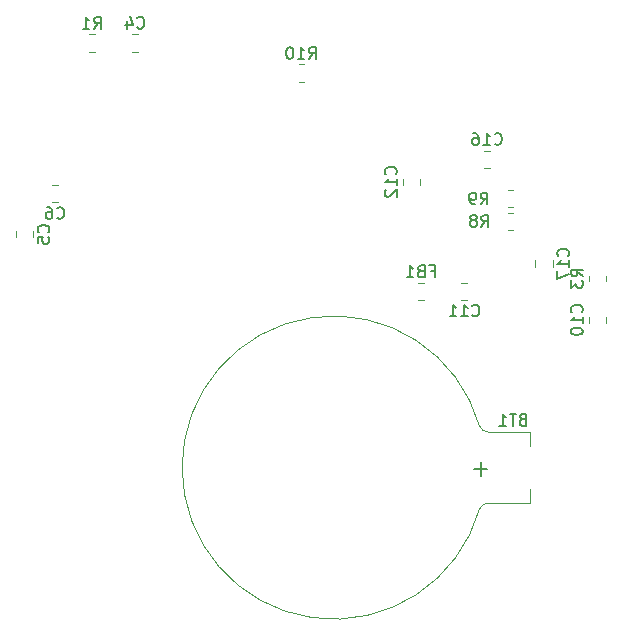
<source format=gbo>
%TF.GenerationSoftware,KiCad,Pcbnew,(5.1.10)-1*%
%TF.CreationDate,2021-12-15T16:43:02+05:30*%
%TF.ProjectId,SPVMD_V2.0,5350564d-445f-4563-922e-302e6b696361,rev?*%
%TF.SameCoordinates,Original*%
%TF.FileFunction,Legend,Bot*%
%TF.FilePolarity,Positive*%
%FSLAX46Y46*%
G04 Gerber Fmt 4.6, Leading zero omitted, Abs format (unit mm)*
G04 Created by KiCad (PCBNEW (5.1.10)-1) date 2021-12-15 16:43:02*
%MOMM*%
%LPD*%
G01*
G04 APERTURE LIST*
%ADD10C,0.120000*%
%ADD11C,0.150000*%
G04 APERTURE END LIST*
D10*
%TO.C,C12*%
X141632000Y-75237748D02*
X141632000Y-75760252D01*
X143102000Y-75237748D02*
X143102000Y-75760252D01*
%TO.C,C17*%
X154341500Y-82684252D02*
X154341500Y-82161748D01*
X152871500Y-82684252D02*
X152871500Y-82161748D01*
%TO.C,C16*%
X149039252Y-72861500D02*
X148516748Y-72861500D01*
X149039252Y-74331500D02*
X148516748Y-74331500D01*
%TO.C,BT1*%
X152453000Y-101495000D02*
X152453000Y-102695000D01*
X152453000Y-96695000D02*
X148853000Y-96695000D01*
X152453000Y-97895000D02*
X152453000Y-96695000D01*
X152453000Y-102695000D02*
X148853000Y-102695000D01*
X122966830Y-99622687D02*
G75*
G03*
X148153000Y-103195000I12836170J-72313D01*
G01*
X148151246Y-103221384D02*
G75*
G02*
X148903000Y-102695000I751754J-273616D01*
G01*
X122966830Y-99767313D02*
G75*
G02*
X148153000Y-96195000I12836170J72313D01*
G01*
X148151246Y-96168616D02*
G75*
G03*
X148903000Y-96695000I751754J273616D01*
G01*
%TO.C,C4*%
X119257752Y-64489000D02*
X118735248Y-64489000D01*
X119257752Y-63019000D02*
X118735248Y-63019000D01*
%TO.C,C5*%
X108866000Y-80210252D02*
X108866000Y-79687748D01*
X110336000Y-80210252D02*
X110336000Y-79687748D01*
%TO.C,C6*%
X111945748Y-77252500D02*
X112468252Y-77252500D01*
X111945748Y-75782500D02*
X112468252Y-75782500D01*
%TO.C,C10*%
X157380000Y-86921748D02*
X157380000Y-87444252D01*
X158850000Y-86921748D02*
X158850000Y-87444252D01*
%TO.C,C11*%
X146611748Y-85507500D02*
X147134252Y-85507500D01*
X146611748Y-84037500D02*
X147134252Y-84037500D01*
%TO.C,FB1*%
X143419564Y-84037500D02*
X142965436Y-84037500D01*
X143419564Y-85507500D02*
X142965436Y-85507500D01*
%TO.C,R1*%
X115566564Y-63019000D02*
X115112436Y-63019000D01*
X115566564Y-64489000D02*
X115112436Y-64489000D01*
%TO.C,R3*%
X157380000Y-83442436D02*
X157380000Y-83896564D01*
X158850000Y-83442436D02*
X158850000Y-83896564D01*
%TO.C,R8*%
X150561936Y-78132000D02*
X151016064Y-78132000D01*
X150561936Y-79602000D02*
X151016064Y-79602000D01*
%TO.C,R9*%
X150561936Y-77633500D02*
X151016064Y-77633500D01*
X150561936Y-76163500D02*
X151016064Y-76163500D01*
%TO.C,R10*%
X133283064Y-67029000D02*
X132828936Y-67029000D01*
X133283064Y-65559000D02*
X132828936Y-65559000D01*
%TO.C,C12*%
D11*
X141044142Y-74856142D02*
X141091761Y-74808523D01*
X141139380Y-74665666D01*
X141139380Y-74570428D01*
X141091761Y-74427571D01*
X140996523Y-74332333D01*
X140901285Y-74284714D01*
X140710809Y-74237095D01*
X140567952Y-74237095D01*
X140377476Y-74284714D01*
X140282238Y-74332333D01*
X140187000Y-74427571D01*
X140139380Y-74570428D01*
X140139380Y-74665666D01*
X140187000Y-74808523D01*
X140234619Y-74856142D01*
X141139380Y-75808523D02*
X141139380Y-75237095D01*
X141139380Y-75522809D02*
X140139380Y-75522809D01*
X140282238Y-75427571D01*
X140377476Y-75332333D01*
X140425095Y-75237095D01*
X140234619Y-76189476D02*
X140187000Y-76237095D01*
X140139380Y-76332333D01*
X140139380Y-76570428D01*
X140187000Y-76665666D01*
X140234619Y-76713285D01*
X140329857Y-76760904D01*
X140425095Y-76760904D01*
X140567952Y-76713285D01*
X141139380Y-76141857D01*
X141139380Y-76760904D01*
%TO.C,C17*%
X155643642Y-81780142D02*
X155691261Y-81732523D01*
X155738880Y-81589666D01*
X155738880Y-81494428D01*
X155691261Y-81351571D01*
X155596023Y-81256333D01*
X155500785Y-81208714D01*
X155310309Y-81161095D01*
X155167452Y-81161095D01*
X154976976Y-81208714D01*
X154881738Y-81256333D01*
X154786500Y-81351571D01*
X154738880Y-81494428D01*
X154738880Y-81589666D01*
X154786500Y-81732523D01*
X154834119Y-81780142D01*
X155738880Y-82732523D02*
X155738880Y-82161095D01*
X155738880Y-82446809D02*
X154738880Y-82446809D01*
X154881738Y-82351571D01*
X154976976Y-82256333D01*
X155024595Y-82161095D01*
X154738880Y-83065857D02*
X154738880Y-83732523D01*
X155738880Y-83303952D01*
%TO.C,C16*%
X149420857Y-72273642D02*
X149468476Y-72321261D01*
X149611333Y-72368880D01*
X149706571Y-72368880D01*
X149849428Y-72321261D01*
X149944666Y-72226023D01*
X149992285Y-72130785D01*
X150039904Y-71940309D01*
X150039904Y-71797452D01*
X149992285Y-71606976D01*
X149944666Y-71511738D01*
X149849428Y-71416500D01*
X149706571Y-71368880D01*
X149611333Y-71368880D01*
X149468476Y-71416500D01*
X149420857Y-71464119D01*
X148468476Y-72368880D02*
X149039904Y-72368880D01*
X148754190Y-72368880D02*
X148754190Y-71368880D01*
X148849428Y-71511738D01*
X148944666Y-71606976D01*
X149039904Y-71654595D01*
X147611333Y-71368880D02*
X147801809Y-71368880D01*
X147897047Y-71416500D01*
X147944666Y-71464119D01*
X148039904Y-71606976D01*
X148087523Y-71797452D01*
X148087523Y-72178404D01*
X148039904Y-72273642D01*
X147992285Y-72321261D01*
X147897047Y-72368880D01*
X147706571Y-72368880D01*
X147611333Y-72321261D01*
X147563714Y-72273642D01*
X147516095Y-72178404D01*
X147516095Y-71940309D01*
X147563714Y-71845071D01*
X147611333Y-71797452D01*
X147706571Y-71749833D01*
X147897047Y-71749833D01*
X147992285Y-71797452D01*
X148039904Y-71845071D01*
X148087523Y-71940309D01*
%TO.C,BT1*%
X151788714Y-95623571D02*
X151645857Y-95671190D01*
X151598238Y-95718809D01*
X151550619Y-95814047D01*
X151550619Y-95956904D01*
X151598238Y-96052142D01*
X151645857Y-96099761D01*
X151741095Y-96147380D01*
X152122047Y-96147380D01*
X152122047Y-95147380D01*
X151788714Y-95147380D01*
X151693476Y-95195000D01*
X151645857Y-95242619D01*
X151598238Y-95337857D01*
X151598238Y-95433095D01*
X151645857Y-95528333D01*
X151693476Y-95575952D01*
X151788714Y-95623571D01*
X152122047Y-95623571D01*
X151264904Y-95147380D02*
X150693476Y-95147380D01*
X150979190Y-96147380D02*
X150979190Y-95147380D01*
X149836333Y-96147380D02*
X150407761Y-96147380D01*
X150122047Y-96147380D02*
X150122047Y-95147380D01*
X150217285Y-95290238D01*
X150312523Y-95385476D01*
X150407761Y-95433095D01*
X148824428Y-99802142D02*
X147681571Y-99802142D01*
X148253000Y-100373571D02*
X148253000Y-99230714D01*
%TO.C,C4*%
X119163166Y-62431142D02*
X119210785Y-62478761D01*
X119353642Y-62526380D01*
X119448880Y-62526380D01*
X119591738Y-62478761D01*
X119686976Y-62383523D01*
X119734595Y-62288285D01*
X119782214Y-62097809D01*
X119782214Y-61954952D01*
X119734595Y-61764476D01*
X119686976Y-61669238D01*
X119591738Y-61574000D01*
X119448880Y-61526380D01*
X119353642Y-61526380D01*
X119210785Y-61574000D01*
X119163166Y-61621619D01*
X118306023Y-61859714D02*
X118306023Y-62526380D01*
X118544119Y-61478761D02*
X118782214Y-62193047D01*
X118163166Y-62193047D01*
%TO.C,C5*%
X111638142Y-79782333D02*
X111685761Y-79734714D01*
X111733380Y-79591857D01*
X111733380Y-79496619D01*
X111685761Y-79353761D01*
X111590523Y-79258523D01*
X111495285Y-79210904D01*
X111304809Y-79163285D01*
X111161952Y-79163285D01*
X110971476Y-79210904D01*
X110876238Y-79258523D01*
X110781000Y-79353761D01*
X110733380Y-79496619D01*
X110733380Y-79591857D01*
X110781000Y-79734714D01*
X110828619Y-79782333D01*
X110733380Y-80687095D02*
X110733380Y-80210904D01*
X111209571Y-80163285D01*
X111161952Y-80210904D01*
X111114333Y-80306142D01*
X111114333Y-80544238D01*
X111161952Y-80639476D01*
X111209571Y-80687095D01*
X111304809Y-80734714D01*
X111542904Y-80734714D01*
X111638142Y-80687095D01*
X111685761Y-80639476D01*
X111733380Y-80544238D01*
X111733380Y-80306142D01*
X111685761Y-80210904D01*
X111638142Y-80163285D01*
%TO.C,C6*%
X112373666Y-78554642D02*
X112421285Y-78602261D01*
X112564142Y-78649880D01*
X112659380Y-78649880D01*
X112802238Y-78602261D01*
X112897476Y-78507023D01*
X112945095Y-78411785D01*
X112992714Y-78221309D01*
X112992714Y-78078452D01*
X112945095Y-77887976D01*
X112897476Y-77792738D01*
X112802238Y-77697500D01*
X112659380Y-77649880D01*
X112564142Y-77649880D01*
X112421285Y-77697500D01*
X112373666Y-77745119D01*
X111516523Y-77649880D02*
X111707000Y-77649880D01*
X111802238Y-77697500D01*
X111849857Y-77745119D01*
X111945095Y-77887976D01*
X111992714Y-78078452D01*
X111992714Y-78459404D01*
X111945095Y-78554642D01*
X111897476Y-78602261D01*
X111802238Y-78649880D01*
X111611761Y-78649880D01*
X111516523Y-78602261D01*
X111468904Y-78554642D01*
X111421285Y-78459404D01*
X111421285Y-78221309D01*
X111468904Y-78126071D01*
X111516523Y-78078452D01*
X111611761Y-78030833D01*
X111802238Y-78030833D01*
X111897476Y-78078452D01*
X111945095Y-78126071D01*
X111992714Y-78221309D01*
%TO.C,C10*%
X156792142Y-86540142D02*
X156839761Y-86492523D01*
X156887380Y-86349666D01*
X156887380Y-86254428D01*
X156839761Y-86111571D01*
X156744523Y-86016333D01*
X156649285Y-85968714D01*
X156458809Y-85921095D01*
X156315952Y-85921095D01*
X156125476Y-85968714D01*
X156030238Y-86016333D01*
X155935000Y-86111571D01*
X155887380Y-86254428D01*
X155887380Y-86349666D01*
X155935000Y-86492523D01*
X155982619Y-86540142D01*
X156887380Y-87492523D02*
X156887380Y-86921095D01*
X156887380Y-87206809D02*
X155887380Y-87206809D01*
X156030238Y-87111571D01*
X156125476Y-87016333D01*
X156173095Y-86921095D01*
X155887380Y-88111571D02*
X155887380Y-88206809D01*
X155935000Y-88302047D01*
X155982619Y-88349666D01*
X156077857Y-88397285D01*
X156268333Y-88444904D01*
X156506428Y-88444904D01*
X156696904Y-88397285D01*
X156792142Y-88349666D01*
X156839761Y-88302047D01*
X156887380Y-88206809D01*
X156887380Y-88111571D01*
X156839761Y-88016333D01*
X156792142Y-87968714D01*
X156696904Y-87921095D01*
X156506428Y-87873476D01*
X156268333Y-87873476D01*
X156077857Y-87921095D01*
X155982619Y-87968714D01*
X155935000Y-88016333D01*
X155887380Y-88111571D01*
%TO.C,C11*%
X147515857Y-86809642D02*
X147563476Y-86857261D01*
X147706333Y-86904880D01*
X147801571Y-86904880D01*
X147944428Y-86857261D01*
X148039666Y-86762023D01*
X148087285Y-86666785D01*
X148134904Y-86476309D01*
X148134904Y-86333452D01*
X148087285Y-86142976D01*
X148039666Y-86047738D01*
X147944428Y-85952500D01*
X147801571Y-85904880D01*
X147706333Y-85904880D01*
X147563476Y-85952500D01*
X147515857Y-86000119D01*
X146563476Y-86904880D02*
X147134904Y-86904880D01*
X146849190Y-86904880D02*
X146849190Y-85904880D01*
X146944428Y-86047738D01*
X147039666Y-86142976D01*
X147134904Y-86190595D01*
X145611095Y-86904880D02*
X146182523Y-86904880D01*
X145896809Y-86904880D02*
X145896809Y-85904880D01*
X145992047Y-86047738D01*
X146087285Y-86142976D01*
X146182523Y-86190595D01*
%TO.C,FB1*%
X144025833Y-83051071D02*
X144359166Y-83051071D01*
X144359166Y-83574880D02*
X144359166Y-82574880D01*
X143882976Y-82574880D01*
X143168690Y-83051071D02*
X143025833Y-83098690D01*
X142978214Y-83146309D01*
X142930595Y-83241547D01*
X142930595Y-83384404D01*
X142978214Y-83479642D01*
X143025833Y-83527261D01*
X143121071Y-83574880D01*
X143502023Y-83574880D01*
X143502023Y-82574880D01*
X143168690Y-82574880D01*
X143073452Y-82622500D01*
X143025833Y-82670119D01*
X142978214Y-82765357D01*
X142978214Y-82860595D01*
X143025833Y-82955833D01*
X143073452Y-83003452D01*
X143168690Y-83051071D01*
X143502023Y-83051071D01*
X141978214Y-83574880D02*
X142549642Y-83574880D01*
X142263928Y-83574880D02*
X142263928Y-82574880D01*
X142359166Y-82717738D01*
X142454404Y-82812976D01*
X142549642Y-82860595D01*
%TO.C,R1*%
X115506166Y-62556380D02*
X115839500Y-62080190D01*
X116077595Y-62556380D02*
X116077595Y-61556380D01*
X115696642Y-61556380D01*
X115601404Y-61604000D01*
X115553785Y-61651619D01*
X115506166Y-61746857D01*
X115506166Y-61889714D01*
X115553785Y-61984952D01*
X115601404Y-62032571D01*
X115696642Y-62080190D01*
X116077595Y-62080190D01*
X114553785Y-62556380D02*
X115125214Y-62556380D01*
X114839500Y-62556380D02*
X114839500Y-61556380D01*
X114934738Y-61699238D01*
X115029976Y-61794476D01*
X115125214Y-61842095D01*
%TO.C,R3*%
X156917380Y-83502833D02*
X156441190Y-83169500D01*
X156917380Y-82931404D02*
X155917380Y-82931404D01*
X155917380Y-83312357D01*
X155965000Y-83407595D01*
X156012619Y-83455214D01*
X156107857Y-83502833D01*
X156250714Y-83502833D01*
X156345952Y-83455214D01*
X156393571Y-83407595D01*
X156441190Y-83312357D01*
X156441190Y-82931404D01*
X155917380Y-83836166D02*
X155917380Y-84455214D01*
X156298333Y-84121880D01*
X156298333Y-84264738D01*
X156345952Y-84359976D01*
X156393571Y-84407595D01*
X156488809Y-84455214D01*
X156726904Y-84455214D01*
X156822142Y-84407595D01*
X156869761Y-84359976D01*
X156917380Y-84264738D01*
X156917380Y-83979023D01*
X156869761Y-83883785D01*
X156822142Y-83836166D01*
%TO.C,R8*%
X148312166Y-79319380D02*
X148645500Y-78843190D01*
X148883595Y-79319380D02*
X148883595Y-78319380D01*
X148502642Y-78319380D01*
X148407404Y-78367000D01*
X148359785Y-78414619D01*
X148312166Y-78509857D01*
X148312166Y-78652714D01*
X148359785Y-78747952D01*
X148407404Y-78795571D01*
X148502642Y-78843190D01*
X148883595Y-78843190D01*
X147740738Y-78747952D02*
X147835976Y-78700333D01*
X147883595Y-78652714D01*
X147931214Y-78557476D01*
X147931214Y-78509857D01*
X147883595Y-78414619D01*
X147835976Y-78367000D01*
X147740738Y-78319380D01*
X147550261Y-78319380D01*
X147455023Y-78367000D01*
X147407404Y-78414619D01*
X147359785Y-78509857D01*
X147359785Y-78557476D01*
X147407404Y-78652714D01*
X147455023Y-78700333D01*
X147550261Y-78747952D01*
X147740738Y-78747952D01*
X147835976Y-78795571D01*
X147883595Y-78843190D01*
X147931214Y-78938428D01*
X147931214Y-79128904D01*
X147883595Y-79224142D01*
X147835976Y-79271761D01*
X147740738Y-79319380D01*
X147550261Y-79319380D01*
X147455023Y-79271761D01*
X147407404Y-79224142D01*
X147359785Y-79128904D01*
X147359785Y-78938428D01*
X147407404Y-78843190D01*
X147455023Y-78795571D01*
X147550261Y-78747952D01*
%TO.C,R9*%
X148248666Y-77414380D02*
X148582000Y-76938190D01*
X148820095Y-77414380D02*
X148820095Y-76414380D01*
X148439142Y-76414380D01*
X148343904Y-76462000D01*
X148296285Y-76509619D01*
X148248666Y-76604857D01*
X148248666Y-76747714D01*
X148296285Y-76842952D01*
X148343904Y-76890571D01*
X148439142Y-76938190D01*
X148820095Y-76938190D01*
X147772476Y-77414380D02*
X147582000Y-77414380D01*
X147486761Y-77366761D01*
X147439142Y-77319142D01*
X147343904Y-77176285D01*
X147296285Y-76985809D01*
X147296285Y-76604857D01*
X147343904Y-76509619D01*
X147391523Y-76462000D01*
X147486761Y-76414380D01*
X147677238Y-76414380D01*
X147772476Y-76462000D01*
X147820095Y-76509619D01*
X147867714Y-76604857D01*
X147867714Y-76842952D01*
X147820095Y-76938190D01*
X147772476Y-76985809D01*
X147677238Y-77033428D01*
X147486761Y-77033428D01*
X147391523Y-76985809D01*
X147343904Y-76938190D01*
X147296285Y-76842952D01*
%TO.C,R10*%
X133698857Y-65096380D02*
X134032190Y-64620190D01*
X134270285Y-65096380D02*
X134270285Y-64096380D01*
X133889333Y-64096380D01*
X133794095Y-64144000D01*
X133746476Y-64191619D01*
X133698857Y-64286857D01*
X133698857Y-64429714D01*
X133746476Y-64524952D01*
X133794095Y-64572571D01*
X133889333Y-64620190D01*
X134270285Y-64620190D01*
X132746476Y-65096380D02*
X133317904Y-65096380D01*
X133032190Y-65096380D02*
X133032190Y-64096380D01*
X133127428Y-64239238D01*
X133222666Y-64334476D01*
X133317904Y-64382095D01*
X132127428Y-64096380D02*
X132032190Y-64096380D01*
X131936952Y-64144000D01*
X131889333Y-64191619D01*
X131841714Y-64286857D01*
X131794095Y-64477333D01*
X131794095Y-64715428D01*
X131841714Y-64905904D01*
X131889333Y-65001142D01*
X131936952Y-65048761D01*
X132032190Y-65096380D01*
X132127428Y-65096380D01*
X132222666Y-65048761D01*
X132270285Y-65001142D01*
X132317904Y-64905904D01*
X132365523Y-64715428D01*
X132365523Y-64477333D01*
X132317904Y-64286857D01*
X132270285Y-64191619D01*
X132222666Y-64144000D01*
X132127428Y-64096380D01*
%TD*%
M02*

</source>
